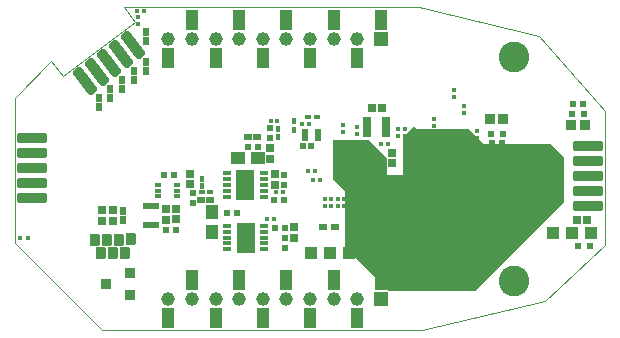
<source format=gbs>
G04*
G04 #@! TF.GenerationSoftware,Altium Limited,Altium Designer,23.3.1 (30)*
G04*
G04 Layer_Color=16711935*
%FSLAX25Y25*%
%MOIN*%
G70*
G04*
G04 #@! TF.SameCoordinates,B70FCE46-08B3-410F-AF2C-83C1FDED7243*
G04*
G04*
G04 #@! TF.FilePolarity,Negative*
G04*
G01*
G75*
%ADD18C,0.00000*%
%ADD23R,0.02165X0.02165*%
%ADD24R,0.01788X0.01428*%
%ADD39R,0.01378X0.01575*%
%ADD47R,0.02254X0.02423*%
%ADD48R,0.02423X0.02254*%
%ADD58R,0.01428X0.01788*%
%ADD63R,0.02559X0.02559*%
%ADD65R,0.01772X0.01378*%
G04:AMPARAMS|DCode=67|XSize=35.43mil|YSize=102.36mil|CornerRadius=9.84mil|HoleSize=0mil|Usage=FLASHONLY|Rotation=217.000|XOffset=0mil|YOffset=0mil|HoleType=Round|Shape=RoundedRectangle|*
%AMROUNDEDRECTD67*
21,1,0.03543,0.08268,0,0,217.0*
21,1,0.01575,0.10236,0,0,217.0*
1,1,0.01968,-0.03117,0.02828*
1,1,0.01968,-0.01859,0.03775*
1,1,0.01968,0.03117,-0.02828*
1,1,0.01968,0.01859,-0.03775*
%
%ADD67ROUNDEDRECTD67*%
%ADD68R,0.01378X0.01772*%
%ADD69R,0.02559X0.02559*%
%ADD80R,0.03937X0.04331*%
%ADD105C,0.04528*%
%ADD106R,0.04528X0.04528*%
%ADD107C,0.10236*%
%ADD134R,0.05709X0.02362*%
%ADD136R,0.02165X0.01772*%
%ADD137R,0.01772X0.02165*%
%ADD139R,0.01822X0.02182*%
%ADD140R,0.02182X0.01822*%
%ADD143R,0.02780X0.02975*%
%ADD144R,0.03150X0.07087*%
%ADD145R,0.02775X0.02598*%
%ADD148R,0.04560X0.03985*%
%ADD149R,0.03347X0.03347*%
%ADD150R,0.03985X0.04560*%
%ADD152R,0.01968X0.01968*%
%ADD153R,0.03567X0.03379*%
%ADD154R,0.02756X0.02362*%
G04:AMPARAMS|DCode=155|XSize=35.43mil|YSize=102.36mil|CornerRadius=9.84mil|HoleSize=0mil|Usage=FLASHONLY|Rotation=90.000|XOffset=0mil|YOffset=0mil|HoleType=Round|Shape=RoundedRectangle|*
%AMROUNDEDRECTD155*
21,1,0.03543,0.08268,0,0,90.0*
21,1,0.01575,0.10236,0,0,90.0*
1,1,0.01968,0.04134,0.00787*
1,1,0.01968,0.04134,-0.00787*
1,1,0.01968,-0.04134,-0.00787*
1,1,0.01968,-0.04134,0.00787*
%
%ADD155ROUNDEDRECTD155*%
%ADD156R,0.02264X0.01575*%
%ADD157R,0.02559X0.02165*%
%ADD158R,0.02165X0.02559*%
G04:AMPARAMS|DCode=159|XSize=35.43mil|YSize=43.31mil|CornerRadius=9.84mil|HoleSize=0mil|Usage=FLASHONLY|Rotation=180.000|XOffset=0mil|YOffset=0mil|HoleType=Round|Shape=RoundedRectangle|*
%AMROUNDEDRECTD159*
21,1,0.03543,0.02362,0,0,180.0*
21,1,0.01575,0.04331,0,0,180.0*
1,1,0.01968,-0.00787,0.01181*
1,1,0.01968,0.00787,0.01181*
1,1,0.01968,0.00787,-0.01181*
1,1,0.01968,-0.00787,-0.01181*
%
%ADD159ROUNDEDRECTD159*%
%ADD160R,0.02362X0.04331*%
%ADD161R,0.02953X0.01575*%
%ADD162R,0.06496X0.10158*%
%ADD163R,0.04331X0.06693*%
G36*
X47244Y13386D02*
X64827D01*
X69847Y8366D01*
X92126D01*
X96555Y3937D01*
Y-11122D01*
X67028Y-40650D01*
X37992D01*
X23308Y-25965D01*
Y-7287D01*
X19311Y-3291D01*
Y9583D01*
X31425D01*
X37592Y3416D01*
Y-1895D01*
X37697Y-2091D01*
X42834D01*
Y10354D01*
X46555Y14075D01*
X47244Y13386D01*
D02*
G37*
D18*
X48031Y53740D02*
X88061Y44094D01*
X-50299Y53740D02*
X48031Y53740D01*
X-50299Y53740D02*
X-46694Y48956D01*
X-70653Y30902D02*
X-46694Y48956D01*
X-74384Y35852D02*
X-70653Y30902D01*
X-86614Y23622D02*
X-74384Y35852D01*
X-86614Y-24606D02*
Y23622D01*
Y-24606D02*
X-57480Y-53740D01*
X49061D01*
X90256Y-44094D01*
X110236Y-25591D01*
X110236Y19184D02*
X110236Y-25591D01*
X88061Y44094D02*
X110236Y19184D01*
D23*
X9449Y7480D02*
D03*
X12205D02*
D03*
D24*
X13501Y-787D02*
D03*
X11105D02*
D03*
X37832Y8291D02*
D03*
X35435D02*
D03*
X9023Y14839D02*
D03*
X11419D02*
D03*
X12877Y-3740D02*
D03*
X15273D02*
D03*
D39*
X-82284Y-23031D02*
D03*
X-84842D02*
D03*
D47*
X3150Y-2053D02*
D03*
Y-5427D02*
D03*
X-1687Y10138D02*
D03*
Y13512D02*
D03*
X3445Y-26392D02*
D03*
Y-23018D02*
D03*
X-27264Y-11431D02*
D03*
Y-8057D02*
D03*
D48*
X-33450Y-2165D02*
D03*
X-36825D02*
D03*
X-36235Y-20571D02*
D03*
X-32860D02*
D03*
X-8957Y7087D02*
D03*
X-5582D02*
D03*
X-112Y-10531D02*
D03*
X3262D02*
D03*
X-12387Y-14862D02*
D03*
X-15762D02*
D03*
X3459Y-19685D02*
D03*
X84D02*
D03*
X102893Y21721D02*
D03*
X99519D02*
D03*
X72525Y8661D02*
D03*
X75900D02*
D03*
D58*
X18860Y-9987D02*
D03*
Y-12383D02*
D03*
X21042Y-9957D02*
D03*
Y-12353D02*
D03*
X23260Y-12339D02*
D03*
Y-9943D02*
D03*
X43604Y10746D02*
D03*
Y13142D02*
D03*
X53051Y14255D02*
D03*
Y16651D02*
D03*
X67323Y10318D02*
D03*
Y12714D02*
D03*
X41043Y13206D02*
D03*
Y10810D02*
D03*
X22917Y14490D02*
D03*
Y12094D02*
D03*
X27380Y13995D02*
D03*
Y11599D02*
D03*
X16649Y-12434D02*
D03*
Y-10038D02*
D03*
D63*
X100689Y-17224D02*
D03*
X104232D02*
D03*
D65*
X-43701Y52461D02*
D03*
X-45866D02*
D03*
X-227Y-16744D02*
D03*
X-2393D02*
D03*
X-1280Y15945D02*
D03*
X886D02*
D03*
X492Y-7776D02*
D03*
X2657D02*
D03*
D67*
X-47205Y41325D02*
D03*
X-51198Y38316D02*
D03*
X-55191Y35307D02*
D03*
X-59184Y32298D02*
D03*
X-63177Y29289D02*
D03*
D68*
X-45393Y48315D02*
D03*
Y50480D02*
D03*
X59762Y23976D02*
D03*
Y26141D02*
D03*
X63090Y20768D02*
D03*
Y18602D02*
D03*
D69*
X-32972Y-13386D02*
D03*
Y-16929D02*
D03*
X-36220Y-17028D02*
D03*
Y-13484D02*
D03*
X6594Y-19488D02*
D03*
Y-23031D02*
D03*
X-28248Y-5217D02*
D03*
Y-1673D02*
D03*
X0Y-1870D02*
D03*
Y-5413D02*
D03*
X-1575Y6890D02*
D03*
Y3347D02*
D03*
X-53839Y-17421D02*
D03*
Y-13878D02*
D03*
X-57579Y-17421D02*
D03*
Y-13878D02*
D03*
D80*
X92913Y-21457D02*
D03*
X99213D02*
D03*
X105512D02*
D03*
X24803Y-28051D02*
D03*
X18504D02*
D03*
X12205D02*
D03*
D105*
X35433Y-43307D02*
D03*
X27559D02*
D03*
X19685D02*
D03*
X11811D02*
D03*
X3937D02*
D03*
X-3937D02*
D03*
X-11811D02*
D03*
X-19685D02*
D03*
X-27559D02*
D03*
X-35433D02*
D03*
Y43307D02*
D03*
X-27559D02*
D03*
X-19685D02*
D03*
X-11811D02*
D03*
X-3937D02*
D03*
X3937D02*
D03*
X11811D02*
D03*
X19685D02*
D03*
X27559D02*
D03*
X35433D02*
D03*
X-35433Y-43307D02*
D03*
X27559D02*
D03*
X-19685D02*
D03*
X-27559D02*
D03*
X19685D02*
D03*
X11811D02*
D03*
X-11811D02*
D03*
X-3937D02*
D03*
X3937D02*
D03*
Y43307D02*
D03*
X-3937D02*
D03*
X-11811D02*
D03*
X11811D02*
D03*
X19685D02*
D03*
X-27559D02*
D03*
X-19685D02*
D03*
X27559D02*
D03*
X-35433D02*
D03*
D106*
X35433Y-43307D02*
D03*
Y43307D02*
D03*
D107*
X79921Y37402D02*
D03*
Y-37402D02*
D03*
D134*
X-41339Y-12303D02*
D03*
Y-18602D02*
D03*
D136*
X-24114Y-7874D02*
D03*
X-21555D02*
D03*
D137*
X-24114Y-3347D02*
D03*
Y-5906D02*
D03*
X1083Y13091D02*
D03*
Y10531D02*
D03*
D139*
X6547Y15740D02*
D03*
Y12950D02*
D03*
D140*
X11258Y17258D02*
D03*
X14048D02*
D03*
D143*
X39272Y5120D02*
D03*
Y1772D02*
D03*
D144*
X37148Y14015D02*
D03*
X30848D02*
D03*
D145*
X32372Y20079D02*
D03*
X35738D02*
D03*
D148*
X-5602Y3445D02*
D03*
X-12114D02*
D03*
D149*
X-56102Y-38386D02*
D03*
X-48228Y-42126D02*
D03*
Y-34646D02*
D03*
D150*
X-20866Y-14551D02*
D03*
Y-21063D02*
D03*
D152*
X103166Y18377D02*
D03*
X99229D02*
D03*
X72146Y11713D02*
D03*
X76083D02*
D03*
X105217Y-25689D02*
D03*
X101279D02*
D03*
D153*
X103482Y14451D02*
D03*
X98946D02*
D03*
X71649Y16732D02*
D03*
X76185D02*
D03*
D154*
X16043Y-19587D02*
D03*
X19980D02*
D03*
D155*
X104532Y-12479D02*
D03*
X104532Y-7480D02*
D03*
Y-2479D02*
D03*
X104532Y2520D02*
D03*
X104532Y7520D02*
D03*
X-80807Y10079D02*
D03*
X-80807Y5079D02*
D03*
X-80807Y79D02*
D03*
Y-4921D02*
D03*
X-80807Y-9921D02*
D03*
D156*
X-32429Y-9252D02*
D03*
Y-7283D02*
D03*
Y-5315D02*
D03*
X-39028D02*
D03*
Y-7283D02*
D03*
Y-9252D02*
D03*
D157*
X-24409Y-10433D02*
D03*
X-21457D02*
D03*
X-8760Y10433D02*
D03*
X-5807D02*
D03*
D158*
X-42717Y42520D02*
D03*
Y45472D02*
D03*
X-54823Y26575D02*
D03*
Y23622D02*
D03*
X-58563Y23524D02*
D03*
Y20571D02*
D03*
X-50984Y29626D02*
D03*
Y26673D02*
D03*
X-46949Y32480D02*
D03*
Y29528D02*
D03*
X-42815Y35630D02*
D03*
Y32677D02*
D03*
X-50591Y-17126D02*
D03*
Y-14173D02*
D03*
D159*
X-51914Y-23607D02*
D03*
X-55914Y-23607D02*
D03*
X-59914D02*
D03*
X-47839Y-23551D02*
D03*
X-49839Y-28051D02*
D03*
X-53839D02*
D03*
X-57839D02*
D03*
D160*
X14321Y11173D02*
D03*
X9990D02*
D03*
D161*
X-3642Y-1476D02*
D03*
Y-3445D02*
D03*
Y-5413D02*
D03*
Y-7382D02*
D03*
Y-9350D02*
D03*
X-15846D02*
D03*
Y-7382D02*
D03*
Y-5413D02*
D03*
Y-3445D02*
D03*
Y-1476D02*
D03*
X-15750Y-19012D02*
D03*
Y-20980D02*
D03*
Y-22949D02*
D03*
Y-24917D02*
D03*
Y-26886D02*
D03*
X-3545D02*
D03*
Y-24917D02*
D03*
Y-22949D02*
D03*
Y-20980D02*
D03*
Y-19012D02*
D03*
D162*
X-9744Y-5413D02*
D03*
X-9647Y-22949D02*
D03*
D163*
X35433Y-37008D02*
D03*
X27559Y-49606D02*
D03*
X19685Y-37008D02*
D03*
X11811Y-49606D02*
D03*
X3937Y-37008D02*
D03*
X-3937Y-49606D02*
D03*
X-11811Y-37008D02*
D03*
X-19685Y-49606D02*
D03*
X-27559Y-37008D02*
D03*
X-35433Y-49606D02*
D03*
Y37008D02*
D03*
X-27559Y49606D02*
D03*
X-19685Y37008D02*
D03*
X-11811Y49606D02*
D03*
X-3937Y37008D02*
D03*
X3937Y49606D02*
D03*
X11811Y37008D02*
D03*
X19685Y49606D02*
D03*
X27559Y37008D02*
D03*
X35433Y49606D02*
D03*
M02*

</source>
